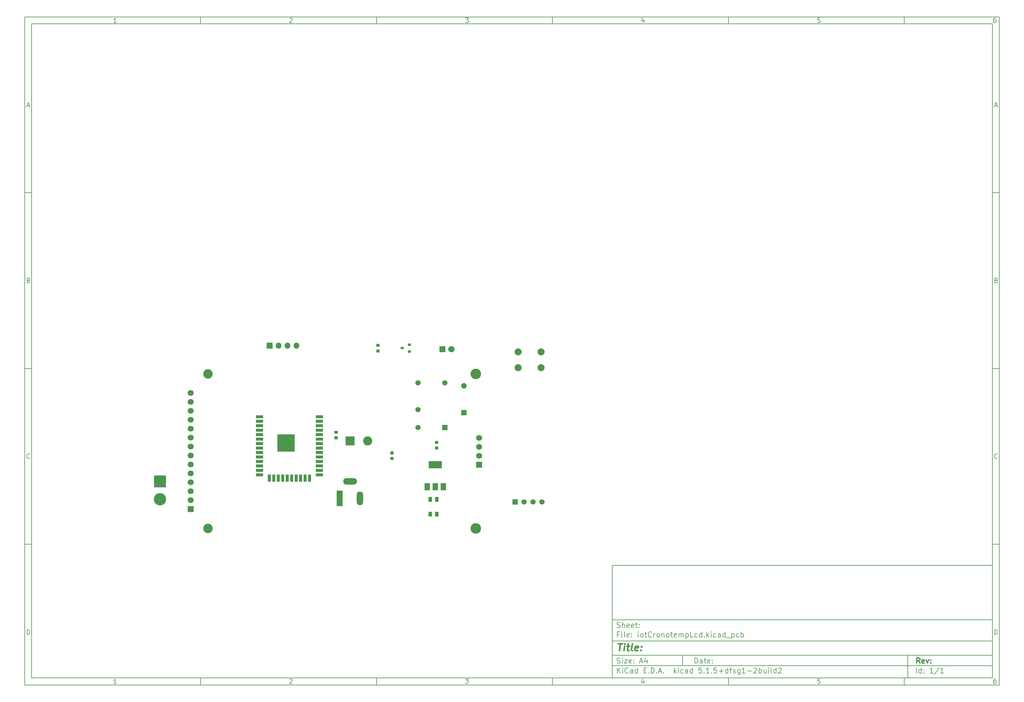
<source format=gbr>
%TF.GenerationSoftware,KiCad,Pcbnew,5.1.5+dfsg1-2build2*%
%TF.CreationDate,2021-01-19T23:04:30+01:00*%
%TF.ProjectId,iotCronotempLcd,696f7443-726f-46e6-9f74-656d704c6364,rev?*%
%TF.SameCoordinates,Original*%
%TF.FileFunction,Soldermask,Top*%
%TF.FilePolarity,Negative*%
%FSLAX46Y46*%
G04 Gerber Fmt 4.6, Leading zero omitted, Abs format (unit mm)*
G04 Created by KiCad (PCBNEW 5.1.5+dfsg1-2build2) date 2021-01-19 23:04:30*
%MOMM*%
%LPD*%
G04 APERTURE LIST*
%ADD10C,0.100000*%
%ADD11C,0.150000*%
%ADD12C,0.300000*%
%ADD13C,0.400000*%
%ADD14C,1.700000*%
%ADD15R,1.700000X1.700000*%
%ADD16C,3.000000*%
%ADD17C,2.700000*%
%ADD18R,1.500000X2.000000*%
%ADD19R,3.800000X2.000000*%
%ADD20C,2.600000*%
%ADD21R,2.600000X2.600000*%
%ADD22C,1.500000*%
%ADD23R,1.500000X1.500000*%
%ADD24O,1.700000X1.700000*%
%ADD25O,1.600000X1.600000*%
%ADD26R,1.600000X1.600000*%
%ADD27C,1.800000*%
%ADD28R,1.800000X1.800000*%
%ADD29C,1.501140*%
%ADD30R,1.501140X1.501140*%
%ADD31R,0.900000X0.800000*%
%ADD32C,2.000000*%
%ADD33R,2.000000X0.900000*%
%ADD34R,0.900000X2.000000*%
%ADD35R,5.000000X5.000000*%
%ADD36C,3.500120*%
%ADD37R,3.500120X3.500120*%
%ADD38R,1.800000X4.400000*%
%ADD39O,1.800000X4.000000*%
%ADD40O,4.000000X1.800000*%
G04 APERTURE END LIST*
D10*
D11*
X177002200Y-166007200D02*
X177002200Y-198007200D01*
X285002200Y-198007200D01*
X285002200Y-166007200D01*
X177002200Y-166007200D01*
D10*
D11*
X10000000Y-10000000D02*
X10000000Y-200007200D01*
X287002200Y-200007200D01*
X287002200Y-10000000D01*
X10000000Y-10000000D01*
D10*
D11*
X12000000Y-12000000D02*
X12000000Y-198007200D01*
X285002200Y-198007200D01*
X285002200Y-12000000D01*
X12000000Y-12000000D01*
D10*
D11*
X60000000Y-12000000D02*
X60000000Y-10000000D01*
D10*
D11*
X110000000Y-12000000D02*
X110000000Y-10000000D01*
D10*
D11*
X160000000Y-12000000D02*
X160000000Y-10000000D01*
D10*
D11*
X210000000Y-12000000D02*
X210000000Y-10000000D01*
D10*
D11*
X260000000Y-12000000D02*
X260000000Y-10000000D01*
D10*
D11*
X36065476Y-11588095D02*
X35322619Y-11588095D01*
X35694047Y-11588095D02*
X35694047Y-10288095D01*
X35570238Y-10473809D01*
X35446428Y-10597619D01*
X35322619Y-10659523D01*
D10*
D11*
X85322619Y-10411904D02*
X85384523Y-10350000D01*
X85508333Y-10288095D01*
X85817857Y-10288095D01*
X85941666Y-10350000D01*
X86003571Y-10411904D01*
X86065476Y-10535714D01*
X86065476Y-10659523D01*
X86003571Y-10845238D01*
X85260714Y-11588095D01*
X86065476Y-11588095D01*
D10*
D11*
X135260714Y-10288095D02*
X136065476Y-10288095D01*
X135632142Y-10783333D01*
X135817857Y-10783333D01*
X135941666Y-10845238D01*
X136003571Y-10907142D01*
X136065476Y-11030952D01*
X136065476Y-11340476D01*
X136003571Y-11464285D01*
X135941666Y-11526190D01*
X135817857Y-11588095D01*
X135446428Y-11588095D01*
X135322619Y-11526190D01*
X135260714Y-11464285D01*
D10*
D11*
X185941666Y-10721428D02*
X185941666Y-11588095D01*
X185632142Y-10226190D02*
X185322619Y-11154761D01*
X186127380Y-11154761D01*
D10*
D11*
X236003571Y-10288095D02*
X235384523Y-10288095D01*
X235322619Y-10907142D01*
X235384523Y-10845238D01*
X235508333Y-10783333D01*
X235817857Y-10783333D01*
X235941666Y-10845238D01*
X236003571Y-10907142D01*
X236065476Y-11030952D01*
X236065476Y-11340476D01*
X236003571Y-11464285D01*
X235941666Y-11526190D01*
X235817857Y-11588095D01*
X235508333Y-11588095D01*
X235384523Y-11526190D01*
X235322619Y-11464285D01*
D10*
D11*
X285941666Y-10288095D02*
X285694047Y-10288095D01*
X285570238Y-10350000D01*
X285508333Y-10411904D01*
X285384523Y-10597619D01*
X285322619Y-10845238D01*
X285322619Y-11340476D01*
X285384523Y-11464285D01*
X285446428Y-11526190D01*
X285570238Y-11588095D01*
X285817857Y-11588095D01*
X285941666Y-11526190D01*
X286003571Y-11464285D01*
X286065476Y-11340476D01*
X286065476Y-11030952D01*
X286003571Y-10907142D01*
X285941666Y-10845238D01*
X285817857Y-10783333D01*
X285570238Y-10783333D01*
X285446428Y-10845238D01*
X285384523Y-10907142D01*
X285322619Y-11030952D01*
D10*
D11*
X60000000Y-198007200D02*
X60000000Y-200007200D01*
D10*
D11*
X110000000Y-198007200D02*
X110000000Y-200007200D01*
D10*
D11*
X160000000Y-198007200D02*
X160000000Y-200007200D01*
D10*
D11*
X210000000Y-198007200D02*
X210000000Y-200007200D01*
D10*
D11*
X260000000Y-198007200D02*
X260000000Y-200007200D01*
D10*
D11*
X36065476Y-199595295D02*
X35322619Y-199595295D01*
X35694047Y-199595295D02*
X35694047Y-198295295D01*
X35570238Y-198481009D01*
X35446428Y-198604819D01*
X35322619Y-198666723D01*
D10*
D11*
X85322619Y-198419104D02*
X85384523Y-198357200D01*
X85508333Y-198295295D01*
X85817857Y-198295295D01*
X85941666Y-198357200D01*
X86003571Y-198419104D01*
X86065476Y-198542914D01*
X86065476Y-198666723D01*
X86003571Y-198852438D01*
X85260714Y-199595295D01*
X86065476Y-199595295D01*
D10*
D11*
X135260714Y-198295295D02*
X136065476Y-198295295D01*
X135632142Y-198790533D01*
X135817857Y-198790533D01*
X135941666Y-198852438D01*
X136003571Y-198914342D01*
X136065476Y-199038152D01*
X136065476Y-199347676D01*
X136003571Y-199471485D01*
X135941666Y-199533390D01*
X135817857Y-199595295D01*
X135446428Y-199595295D01*
X135322619Y-199533390D01*
X135260714Y-199471485D01*
D10*
D11*
X185941666Y-198728628D02*
X185941666Y-199595295D01*
X185632142Y-198233390D02*
X185322619Y-199161961D01*
X186127380Y-199161961D01*
D10*
D11*
X236003571Y-198295295D02*
X235384523Y-198295295D01*
X235322619Y-198914342D01*
X235384523Y-198852438D01*
X235508333Y-198790533D01*
X235817857Y-198790533D01*
X235941666Y-198852438D01*
X236003571Y-198914342D01*
X236065476Y-199038152D01*
X236065476Y-199347676D01*
X236003571Y-199471485D01*
X235941666Y-199533390D01*
X235817857Y-199595295D01*
X235508333Y-199595295D01*
X235384523Y-199533390D01*
X235322619Y-199471485D01*
D10*
D11*
X285941666Y-198295295D02*
X285694047Y-198295295D01*
X285570238Y-198357200D01*
X285508333Y-198419104D01*
X285384523Y-198604819D01*
X285322619Y-198852438D01*
X285322619Y-199347676D01*
X285384523Y-199471485D01*
X285446428Y-199533390D01*
X285570238Y-199595295D01*
X285817857Y-199595295D01*
X285941666Y-199533390D01*
X286003571Y-199471485D01*
X286065476Y-199347676D01*
X286065476Y-199038152D01*
X286003571Y-198914342D01*
X285941666Y-198852438D01*
X285817857Y-198790533D01*
X285570238Y-198790533D01*
X285446428Y-198852438D01*
X285384523Y-198914342D01*
X285322619Y-199038152D01*
D10*
D11*
X10000000Y-60000000D02*
X12000000Y-60000000D01*
D10*
D11*
X10000000Y-110000000D02*
X12000000Y-110000000D01*
D10*
D11*
X10000000Y-160000000D02*
X12000000Y-160000000D01*
D10*
D11*
X10690476Y-35216666D02*
X11309523Y-35216666D01*
X10566666Y-35588095D02*
X11000000Y-34288095D01*
X11433333Y-35588095D01*
D10*
D11*
X11092857Y-84907142D02*
X11278571Y-84969047D01*
X11340476Y-85030952D01*
X11402380Y-85154761D01*
X11402380Y-85340476D01*
X11340476Y-85464285D01*
X11278571Y-85526190D01*
X11154761Y-85588095D01*
X10659523Y-85588095D01*
X10659523Y-84288095D01*
X11092857Y-84288095D01*
X11216666Y-84350000D01*
X11278571Y-84411904D01*
X11340476Y-84535714D01*
X11340476Y-84659523D01*
X11278571Y-84783333D01*
X11216666Y-84845238D01*
X11092857Y-84907142D01*
X10659523Y-84907142D01*
D10*
D11*
X11402380Y-135464285D02*
X11340476Y-135526190D01*
X11154761Y-135588095D01*
X11030952Y-135588095D01*
X10845238Y-135526190D01*
X10721428Y-135402380D01*
X10659523Y-135278571D01*
X10597619Y-135030952D01*
X10597619Y-134845238D01*
X10659523Y-134597619D01*
X10721428Y-134473809D01*
X10845238Y-134350000D01*
X11030952Y-134288095D01*
X11154761Y-134288095D01*
X11340476Y-134350000D01*
X11402380Y-134411904D01*
D10*
D11*
X10659523Y-185588095D02*
X10659523Y-184288095D01*
X10969047Y-184288095D01*
X11154761Y-184350000D01*
X11278571Y-184473809D01*
X11340476Y-184597619D01*
X11402380Y-184845238D01*
X11402380Y-185030952D01*
X11340476Y-185278571D01*
X11278571Y-185402380D01*
X11154761Y-185526190D01*
X10969047Y-185588095D01*
X10659523Y-185588095D01*
D10*
D11*
X287002200Y-60000000D02*
X285002200Y-60000000D01*
D10*
D11*
X287002200Y-110000000D02*
X285002200Y-110000000D01*
D10*
D11*
X287002200Y-160000000D02*
X285002200Y-160000000D01*
D10*
D11*
X285692676Y-35216666D02*
X286311723Y-35216666D01*
X285568866Y-35588095D02*
X286002200Y-34288095D01*
X286435533Y-35588095D01*
D10*
D11*
X286095057Y-84907142D02*
X286280771Y-84969047D01*
X286342676Y-85030952D01*
X286404580Y-85154761D01*
X286404580Y-85340476D01*
X286342676Y-85464285D01*
X286280771Y-85526190D01*
X286156961Y-85588095D01*
X285661723Y-85588095D01*
X285661723Y-84288095D01*
X286095057Y-84288095D01*
X286218866Y-84350000D01*
X286280771Y-84411904D01*
X286342676Y-84535714D01*
X286342676Y-84659523D01*
X286280771Y-84783333D01*
X286218866Y-84845238D01*
X286095057Y-84907142D01*
X285661723Y-84907142D01*
D10*
D11*
X286404580Y-135464285D02*
X286342676Y-135526190D01*
X286156961Y-135588095D01*
X286033152Y-135588095D01*
X285847438Y-135526190D01*
X285723628Y-135402380D01*
X285661723Y-135278571D01*
X285599819Y-135030952D01*
X285599819Y-134845238D01*
X285661723Y-134597619D01*
X285723628Y-134473809D01*
X285847438Y-134350000D01*
X286033152Y-134288095D01*
X286156961Y-134288095D01*
X286342676Y-134350000D01*
X286404580Y-134411904D01*
D10*
D11*
X285661723Y-185588095D02*
X285661723Y-184288095D01*
X285971247Y-184288095D01*
X286156961Y-184350000D01*
X286280771Y-184473809D01*
X286342676Y-184597619D01*
X286404580Y-184845238D01*
X286404580Y-185030952D01*
X286342676Y-185278571D01*
X286280771Y-185402380D01*
X286156961Y-185526190D01*
X285971247Y-185588095D01*
X285661723Y-185588095D01*
D10*
D11*
X200434342Y-193785771D02*
X200434342Y-192285771D01*
X200791485Y-192285771D01*
X201005771Y-192357200D01*
X201148628Y-192500057D01*
X201220057Y-192642914D01*
X201291485Y-192928628D01*
X201291485Y-193142914D01*
X201220057Y-193428628D01*
X201148628Y-193571485D01*
X201005771Y-193714342D01*
X200791485Y-193785771D01*
X200434342Y-193785771D01*
X202577200Y-193785771D02*
X202577200Y-193000057D01*
X202505771Y-192857200D01*
X202362914Y-192785771D01*
X202077200Y-192785771D01*
X201934342Y-192857200D01*
X202577200Y-193714342D02*
X202434342Y-193785771D01*
X202077200Y-193785771D01*
X201934342Y-193714342D01*
X201862914Y-193571485D01*
X201862914Y-193428628D01*
X201934342Y-193285771D01*
X202077200Y-193214342D01*
X202434342Y-193214342D01*
X202577200Y-193142914D01*
X203077200Y-192785771D02*
X203648628Y-192785771D01*
X203291485Y-192285771D02*
X203291485Y-193571485D01*
X203362914Y-193714342D01*
X203505771Y-193785771D01*
X203648628Y-193785771D01*
X204720057Y-193714342D02*
X204577200Y-193785771D01*
X204291485Y-193785771D01*
X204148628Y-193714342D01*
X204077200Y-193571485D01*
X204077200Y-193000057D01*
X204148628Y-192857200D01*
X204291485Y-192785771D01*
X204577200Y-192785771D01*
X204720057Y-192857200D01*
X204791485Y-193000057D01*
X204791485Y-193142914D01*
X204077200Y-193285771D01*
X205434342Y-193642914D02*
X205505771Y-193714342D01*
X205434342Y-193785771D01*
X205362914Y-193714342D01*
X205434342Y-193642914D01*
X205434342Y-193785771D01*
X205434342Y-192857200D02*
X205505771Y-192928628D01*
X205434342Y-193000057D01*
X205362914Y-192928628D01*
X205434342Y-192857200D01*
X205434342Y-193000057D01*
D10*
D11*
X177002200Y-194507200D02*
X285002200Y-194507200D01*
D10*
D11*
X178434342Y-196585771D02*
X178434342Y-195085771D01*
X179291485Y-196585771D02*
X178648628Y-195728628D01*
X179291485Y-195085771D02*
X178434342Y-195942914D01*
X179934342Y-196585771D02*
X179934342Y-195585771D01*
X179934342Y-195085771D02*
X179862914Y-195157200D01*
X179934342Y-195228628D01*
X180005771Y-195157200D01*
X179934342Y-195085771D01*
X179934342Y-195228628D01*
X181505771Y-196442914D02*
X181434342Y-196514342D01*
X181220057Y-196585771D01*
X181077200Y-196585771D01*
X180862914Y-196514342D01*
X180720057Y-196371485D01*
X180648628Y-196228628D01*
X180577200Y-195942914D01*
X180577200Y-195728628D01*
X180648628Y-195442914D01*
X180720057Y-195300057D01*
X180862914Y-195157200D01*
X181077200Y-195085771D01*
X181220057Y-195085771D01*
X181434342Y-195157200D01*
X181505771Y-195228628D01*
X182791485Y-196585771D02*
X182791485Y-195800057D01*
X182720057Y-195657200D01*
X182577200Y-195585771D01*
X182291485Y-195585771D01*
X182148628Y-195657200D01*
X182791485Y-196514342D02*
X182648628Y-196585771D01*
X182291485Y-196585771D01*
X182148628Y-196514342D01*
X182077200Y-196371485D01*
X182077200Y-196228628D01*
X182148628Y-196085771D01*
X182291485Y-196014342D01*
X182648628Y-196014342D01*
X182791485Y-195942914D01*
X184148628Y-196585771D02*
X184148628Y-195085771D01*
X184148628Y-196514342D02*
X184005771Y-196585771D01*
X183720057Y-196585771D01*
X183577200Y-196514342D01*
X183505771Y-196442914D01*
X183434342Y-196300057D01*
X183434342Y-195871485D01*
X183505771Y-195728628D01*
X183577200Y-195657200D01*
X183720057Y-195585771D01*
X184005771Y-195585771D01*
X184148628Y-195657200D01*
X186005771Y-195800057D02*
X186505771Y-195800057D01*
X186720057Y-196585771D02*
X186005771Y-196585771D01*
X186005771Y-195085771D01*
X186720057Y-195085771D01*
X187362914Y-196442914D02*
X187434342Y-196514342D01*
X187362914Y-196585771D01*
X187291485Y-196514342D01*
X187362914Y-196442914D01*
X187362914Y-196585771D01*
X188077200Y-196585771D02*
X188077200Y-195085771D01*
X188434342Y-195085771D01*
X188648628Y-195157200D01*
X188791485Y-195300057D01*
X188862914Y-195442914D01*
X188934342Y-195728628D01*
X188934342Y-195942914D01*
X188862914Y-196228628D01*
X188791485Y-196371485D01*
X188648628Y-196514342D01*
X188434342Y-196585771D01*
X188077200Y-196585771D01*
X189577200Y-196442914D02*
X189648628Y-196514342D01*
X189577200Y-196585771D01*
X189505771Y-196514342D01*
X189577200Y-196442914D01*
X189577200Y-196585771D01*
X190220057Y-196157200D02*
X190934342Y-196157200D01*
X190077200Y-196585771D02*
X190577200Y-195085771D01*
X191077200Y-196585771D01*
X191577200Y-196442914D02*
X191648628Y-196514342D01*
X191577200Y-196585771D01*
X191505771Y-196514342D01*
X191577200Y-196442914D01*
X191577200Y-196585771D01*
X194577200Y-196585771D02*
X194577200Y-195085771D01*
X194720057Y-196014342D02*
X195148628Y-196585771D01*
X195148628Y-195585771D02*
X194577200Y-196157200D01*
X195791485Y-196585771D02*
X195791485Y-195585771D01*
X195791485Y-195085771D02*
X195720057Y-195157200D01*
X195791485Y-195228628D01*
X195862914Y-195157200D01*
X195791485Y-195085771D01*
X195791485Y-195228628D01*
X197148628Y-196514342D02*
X197005771Y-196585771D01*
X196720057Y-196585771D01*
X196577200Y-196514342D01*
X196505771Y-196442914D01*
X196434342Y-196300057D01*
X196434342Y-195871485D01*
X196505771Y-195728628D01*
X196577200Y-195657200D01*
X196720057Y-195585771D01*
X197005771Y-195585771D01*
X197148628Y-195657200D01*
X198434342Y-196585771D02*
X198434342Y-195800057D01*
X198362914Y-195657200D01*
X198220057Y-195585771D01*
X197934342Y-195585771D01*
X197791485Y-195657200D01*
X198434342Y-196514342D02*
X198291485Y-196585771D01*
X197934342Y-196585771D01*
X197791485Y-196514342D01*
X197720057Y-196371485D01*
X197720057Y-196228628D01*
X197791485Y-196085771D01*
X197934342Y-196014342D01*
X198291485Y-196014342D01*
X198434342Y-195942914D01*
X199791485Y-196585771D02*
X199791485Y-195085771D01*
X199791485Y-196514342D02*
X199648628Y-196585771D01*
X199362914Y-196585771D01*
X199220057Y-196514342D01*
X199148628Y-196442914D01*
X199077200Y-196300057D01*
X199077200Y-195871485D01*
X199148628Y-195728628D01*
X199220057Y-195657200D01*
X199362914Y-195585771D01*
X199648628Y-195585771D01*
X199791485Y-195657200D01*
X202362914Y-195085771D02*
X201648628Y-195085771D01*
X201577200Y-195800057D01*
X201648628Y-195728628D01*
X201791485Y-195657200D01*
X202148628Y-195657200D01*
X202291485Y-195728628D01*
X202362914Y-195800057D01*
X202434342Y-195942914D01*
X202434342Y-196300057D01*
X202362914Y-196442914D01*
X202291485Y-196514342D01*
X202148628Y-196585771D01*
X201791485Y-196585771D01*
X201648628Y-196514342D01*
X201577200Y-196442914D01*
X203077200Y-196442914D02*
X203148628Y-196514342D01*
X203077200Y-196585771D01*
X203005771Y-196514342D01*
X203077200Y-196442914D01*
X203077200Y-196585771D01*
X204577200Y-196585771D02*
X203720057Y-196585771D01*
X204148628Y-196585771D02*
X204148628Y-195085771D01*
X204005771Y-195300057D01*
X203862914Y-195442914D01*
X203720057Y-195514342D01*
X205220057Y-196442914D02*
X205291485Y-196514342D01*
X205220057Y-196585771D01*
X205148628Y-196514342D01*
X205220057Y-196442914D01*
X205220057Y-196585771D01*
X206648628Y-195085771D02*
X205934342Y-195085771D01*
X205862914Y-195800057D01*
X205934342Y-195728628D01*
X206077200Y-195657200D01*
X206434342Y-195657200D01*
X206577200Y-195728628D01*
X206648628Y-195800057D01*
X206720057Y-195942914D01*
X206720057Y-196300057D01*
X206648628Y-196442914D01*
X206577200Y-196514342D01*
X206434342Y-196585771D01*
X206077200Y-196585771D01*
X205934342Y-196514342D01*
X205862914Y-196442914D01*
X207362914Y-196014342D02*
X208505771Y-196014342D01*
X207934342Y-196585771D02*
X207934342Y-195442914D01*
X209862914Y-196585771D02*
X209862914Y-195085771D01*
X209862914Y-196514342D02*
X209720057Y-196585771D01*
X209434342Y-196585771D01*
X209291485Y-196514342D01*
X209220057Y-196442914D01*
X209148628Y-196300057D01*
X209148628Y-195871485D01*
X209220057Y-195728628D01*
X209291485Y-195657200D01*
X209434342Y-195585771D01*
X209720057Y-195585771D01*
X209862914Y-195657200D01*
X210362914Y-195585771D02*
X210934342Y-195585771D01*
X210577200Y-196585771D02*
X210577200Y-195300057D01*
X210648628Y-195157200D01*
X210791485Y-195085771D01*
X210934342Y-195085771D01*
X211362914Y-196514342D02*
X211505771Y-196585771D01*
X211791485Y-196585771D01*
X211934342Y-196514342D01*
X212005771Y-196371485D01*
X212005771Y-196300057D01*
X211934342Y-196157200D01*
X211791485Y-196085771D01*
X211577200Y-196085771D01*
X211434342Y-196014342D01*
X211362914Y-195871485D01*
X211362914Y-195800057D01*
X211434342Y-195657200D01*
X211577200Y-195585771D01*
X211791485Y-195585771D01*
X211934342Y-195657200D01*
X213291485Y-195585771D02*
X213291485Y-196800057D01*
X213220057Y-196942914D01*
X213148628Y-197014342D01*
X213005771Y-197085771D01*
X212791485Y-197085771D01*
X212648628Y-197014342D01*
X213291485Y-196514342D02*
X213148628Y-196585771D01*
X212862914Y-196585771D01*
X212720057Y-196514342D01*
X212648628Y-196442914D01*
X212577200Y-196300057D01*
X212577200Y-195871485D01*
X212648628Y-195728628D01*
X212720057Y-195657200D01*
X212862914Y-195585771D01*
X213148628Y-195585771D01*
X213291485Y-195657200D01*
X214791485Y-196585771D02*
X213934342Y-196585771D01*
X214362914Y-196585771D02*
X214362914Y-195085771D01*
X214220057Y-195300057D01*
X214077200Y-195442914D01*
X213934342Y-195514342D01*
X215434342Y-196014342D02*
X216577200Y-196014342D01*
X217220057Y-195228628D02*
X217291485Y-195157200D01*
X217434342Y-195085771D01*
X217791485Y-195085771D01*
X217934342Y-195157200D01*
X218005771Y-195228628D01*
X218077200Y-195371485D01*
X218077200Y-195514342D01*
X218005771Y-195728628D01*
X217148628Y-196585771D01*
X218077200Y-196585771D01*
X218720057Y-196585771D02*
X218720057Y-195085771D01*
X218720057Y-195657200D02*
X218862914Y-195585771D01*
X219148628Y-195585771D01*
X219291485Y-195657200D01*
X219362914Y-195728628D01*
X219434342Y-195871485D01*
X219434342Y-196300057D01*
X219362914Y-196442914D01*
X219291485Y-196514342D01*
X219148628Y-196585771D01*
X218862914Y-196585771D01*
X218720057Y-196514342D01*
X220720057Y-195585771D02*
X220720057Y-196585771D01*
X220077200Y-195585771D02*
X220077200Y-196371485D01*
X220148628Y-196514342D01*
X220291485Y-196585771D01*
X220505771Y-196585771D01*
X220648628Y-196514342D01*
X220720057Y-196442914D01*
X221434342Y-196585771D02*
X221434342Y-195585771D01*
X221434342Y-195085771D02*
X221362914Y-195157200D01*
X221434342Y-195228628D01*
X221505771Y-195157200D01*
X221434342Y-195085771D01*
X221434342Y-195228628D01*
X222362914Y-196585771D02*
X222220057Y-196514342D01*
X222148628Y-196371485D01*
X222148628Y-195085771D01*
X223577200Y-196585771D02*
X223577200Y-195085771D01*
X223577200Y-196514342D02*
X223434342Y-196585771D01*
X223148628Y-196585771D01*
X223005771Y-196514342D01*
X222934342Y-196442914D01*
X222862914Y-196300057D01*
X222862914Y-195871485D01*
X222934342Y-195728628D01*
X223005771Y-195657200D01*
X223148628Y-195585771D01*
X223434342Y-195585771D01*
X223577200Y-195657200D01*
X224220057Y-195228628D02*
X224291485Y-195157200D01*
X224434342Y-195085771D01*
X224791485Y-195085771D01*
X224934342Y-195157200D01*
X225005771Y-195228628D01*
X225077200Y-195371485D01*
X225077200Y-195514342D01*
X225005771Y-195728628D01*
X224148628Y-196585771D01*
X225077200Y-196585771D01*
D10*
D11*
X177002200Y-191507200D02*
X285002200Y-191507200D01*
D10*
D12*
X264411485Y-193785771D02*
X263911485Y-193071485D01*
X263554342Y-193785771D02*
X263554342Y-192285771D01*
X264125771Y-192285771D01*
X264268628Y-192357200D01*
X264340057Y-192428628D01*
X264411485Y-192571485D01*
X264411485Y-192785771D01*
X264340057Y-192928628D01*
X264268628Y-193000057D01*
X264125771Y-193071485D01*
X263554342Y-193071485D01*
X265625771Y-193714342D02*
X265482914Y-193785771D01*
X265197200Y-193785771D01*
X265054342Y-193714342D01*
X264982914Y-193571485D01*
X264982914Y-193000057D01*
X265054342Y-192857200D01*
X265197200Y-192785771D01*
X265482914Y-192785771D01*
X265625771Y-192857200D01*
X265697200Y-193000057D01*
X265697200Y-193142914D01*
X264982914Y-193285771D01*
X266197200Y-192785771D02*
X266554342Y-193785771D01*
X266911485Y-192785771D01*
X267482914Y-193642914D02*
X267554342Y-193714342D01*
X267482914Y-193785771D01*
X267411485Y-193714342D01*
X267482914Y-193642914D01*
X267482914Y-193785771D01*
X267482914Y-192857200D02*
X267554342Y-192928628D01*
X267482914Y-193000057D01*
X267411485Y-192928628D01*
X267482914Y-192857200D01*
X267482914Y-193000057D01*
D10*
D11*
X178362914Y-193714342D02*
X178577200Y-193785771D01*
X178934342Y-193785771D01*
X179077200Y-193714342D01*
X179148628Y-193642914D01*
X179220057Y-193500057D01*
X179220057Y-193357200D01*
X179148628Y-193214342D01*
X179077200Y-193142914D01*
X178934342Y-193071485D01*
X178648628Y-193000057D01*
X178505771Y-192928628D01*
X178434342Y-192857200D01*
X178362914Y-192714342D01*
X178362914Y-192571485D01*
X178434342Y-192428628D01*
X178505771Y-192357200D01*
X178648628Y-192285771D01*
X179005771Y-192285771D01*
X179220057Y-192357200D01*
X179862914Y-193785771D02*
X179862914Y-192785771D01*
X179862914Y-192285771D02*
X179791485Y-192357200D01*
X179862914Y-192428628D01*
X179934342Y-192357200D01*
X179862914Y-192285771D01*
X179862914Y-192428628D01*
X180434342Y-192785771D02*
X181220057Y-192785771D01*
X180434342Y-193785771D01*
X181220057Y-193785771D01*
X182362914Y-193714342D02*
X182220057Y-193785771D01*
X181934342Y-193785771D01*
X181791485Y-193714342D01*
X181720057Y-193571485D01*
X181720057Y-193000057D01*
X181791485Y-192857200D01*
X181934342Y-192785771D01*
X182220057Y-192785771D01*
X182362914Y-192857200D01*
X182434342Y-193000057D01*
X182434342Y-193142914D01*
X181720057Y-193285771D01*
X183077200Y-193642914D02*
X183148628Y-193714342D01*
X183077200Y-193785771D01*
X183005771Y-193714342D01*
X183077200Y-193642914D01*
X183077200Y-193785771D01*
X183077200Y-192857200D02*
X183148628Y-192928628D01*
X183077200Y-193000057D01*
X183005771Y-192928628D01*
X183077200Y-192857200D01*
X183077200Y-193000057D01*
X184862914Y-193357200D02*
X185577200Y-193357200D01*
X184720057Y-193785771D02*
X185220057Y-192285771D01*
X185720057Y-193785771D01*
X186862914Y-192785771D02*
X186862914Y-193785771D01*
X186505771Y-192214342D02*
X186148628Y-193285771D01*
X187077200Y-193285771D01*
D10*
D11*
X263434342Y-196585771D02*
X263434342Y-195085771D01*
X264791485Y-196585771D02*
X264791485Y-195085771D01*
X264791485Y-196514342D02*
X264648628Y-196585771D01*
X264362914Y-196585771D01*
X264220057Y-196514342D01*
X264148628Y-196442914D01*
X264077200Y-196300057D01*
X264077200Y-195871485D01*
X264148628Y-195728628D01*
X264220057Y-195657200D01*
X264362914Y-195585771D01*
X264648628Y-195585771D01*
X264791485Y-195657200D01*
X265505771Y-196442914D02*
X265577200Y-196514342D01*
X265505771Y-196585771D01*
X265434342Y-196514342D01*
X265505771Y-196442914D01*
X265505771Y-196585771D01*
X265505771Y-195657200D02*
X265577200Y-195728628D01*
X265505771Y-195800057D01*
X265434342Y-195728628D01*
X265505771Y-195657200D01*
X265505771Y-195800057D01*
X268148628Y-196585771D02*
X267291485Y-196585771D01*
X267720057Y-196585771D02*
X267720057Y-195085771D01*
X267577200Y-195300057D01*
X267434342Y-195442914D01*
X267291485Y-195514342D01*
X269862914Y-195014342D02*
X268577200Y-196942914D01*
X271148628Y-196585771D02*
X270291485Y-196585771D01*
X270720057Y-196585771D02*
X270720057Y-195085771D01*
X270577200Y-195300057D01*
X270434342Y-195442914D01*
X270291485Y-195514342D01*
D10*
D11*
X177002200Y-187507200D02*
X285002200Y-187507200D01*
D10*
D13*
X178714580Y-188211961D02*
X179857438Y-188211961D01*
X179036009Y-190211961D02*
X179286009Y-188211961D01*
X180274104Y-190211961D02*
X180440771Y-188878628D01*
X180524104Y-188211961D02*
X180416961Y-188307200D01*
X180500295Y-188402438D01*
X180607438Y-188307200D01*
X180524104Y-188211961D01*
X180500295Y-188402438D01*
X181107438Y-188878628D02*
X181869342Y-188878628D01*
X181476485Y-188211961D02*
X181262200Y-189926247D01*
X181333628Y-190116723D01*
X181512200Y-190211961D01*
X181702676Y-190211961D01*
X182655057Y-190211961D02*
X182476485Y-190116723D01*
X182405057Y-189926247D01*
X182619342Y-188211961D01*
X184190771Y-190116723D02*
X183988390Y-190211961D01*
X183607438Y-190211961D01*
X183428866Y-190116723D01*
X183357438Y-189926247D01*
X183452676Y-189164342D01*
X183571723Y-188973866D01*
X183774104Y-188878628D01*
X184155057Y-188878628D01*
X184333628Y-188973866D01*
X184405057Y-189164342D01*
X184381247Y-189354819D01*
X183405057Y-189545295D01*
X185155057Y-190021485D02*
X185238390Y-190116723D01*
X185131247Y-190211961D01*
X185047914Y-190116723D01*
X185155057Y-190021485D01*
X185131247Y-190211961D01*
X185286009Y-188973866D02*
X185369342Y-189069104D01*
X185262200Y-189164342D01*
X185178866Y-189069104D01*
X185286009Y-188973866D01*
X185262200Y-189164342D01*
D10*
D11*
X178934342Y-185600057D02*
X178434342Y-185600057D01*
X178434342Y-186385771D02*
X178434342Y-184885771D01*
X179148628Y-184885771D01*
X179720057Y-186385771D02*
X179720057Y-185385771D01*
X179720057Y-184885771D02*
X179648628Y-184957200D01*
X179720057Y-185028628D01*
X179791485Y-184957200D01*
X179720057Y-184885771D01*
X179720057Y-185028628D01*
X180648628Y-186385771D02*
X180505771Y-186314342D01*
X180434342Y-186171485D01*
X180434342Y-184885771D01*
X181791485Y-186314342D02*
X181648628Y-186385771D01*
X181362914Y-186385771D01*
X181220057Y-186314342D01*
X181148628Y-186171485D01*
X181148628Y-185600057D01*
X181220057Y-185457200D01*
X181362914Y-185385771D01*
X181648628Y-185385771D01*
X181791485Y-185457200D01*
X181862914Y-185600057D01*
X181862914Y-185742914D01*
X181148628Y-185885771D01*
X182505771Y-186242914D02*
X182577200Y-186314342D01*
X182505771Y-186385771D01*
X182434342Y-186314342D01*
X182505771Y-186242914D01*
X182505771Y-186385771D01*
X182505771Y-185457200D02*
X182577200Y-185528628D01*
X182505771Y-185600057D01*
X182434342Y-185528628D01*
X182505771Y-185457200D01*
X182505771Y-185600057D01*
X184362914Y-186385771D02*
X184362914Y-185385771D01*
X184362914Y-184885771D02*
X184291485Y-184957200D01*
X184362914Y-185028628D01*
X184434342Y-184957200D01*
X184362914Y-184885771D01*
X184362914Y-185028628D01*
X185291485Y-186385771D02*
X185148628Y-186314342D01*
X185077200Y-186242914D01*
X185005771Y-186100057D01*
X185005771Y-185671485D01*
X185077200Y-185528628D01*
X185148628Y-185457200D01*
X185291485Y-185385771D01*
X185505771Y-185385771D01*
X185648628Y-185457200D01*
X185720057Y-185528628D01*
X185791485Y-185671485D01*
X185791485Y-186100057D01*
X185720057Y-186242914D01*
X185648628Y-186314342D01*
X185505771Y-186385771D01*
X185291485Y-186385771D01*
X186220057Y-185385771D02*
X186791485Y-185385771D01*
X186434342Y-184885771D02*
X186434342Y-186171485D01*
X186505771Y-186314342D01*
X186648628Y-186385771D01*
X186791485Y-186385771D01*
X188148628Y-186242914D02*
X188077200Y-186314342D01*
X187862914Y-186385771D01*
X187720057Y-186385771D01*
X187505771Y-186314342D01*
X187362914Y-186171485D01*
X187291485Y-186028628D01*
X187220057Y-185742914D01*
X187220057Y-185528628D01*
X187291485Y-185242914D01*
X187362914Y-185100057D01*
X187505771Y-184957200D01*
X187720057Y-184885771D01*
X187862914Y-184885771D01*
X188077200Y-184957200D01*
X188148628Y-185028628D01*
X188791485Y-186385771D02*
X188791485Y-185385771D01*
X188791485Y-185671485D02*
X188862914Y-185528628D01*
X188934342Y-185457200D01*
X189077200Y-185385771D01*
X189220057Y-185385771D01*
X189934342Y-186385771D02*
X189791485Y-186314342D01*
X189720057Y-186242914D01*
X189648628Y-186100057D01*
X189648628Y-185671485D01*
X189720057Y-185528628D01*
X189791485Y-185457200D01*
X189934342Y-185385771D01*
X190148628Y-185385771D01*
X190291485Y-185457200D01*
X190362914Y-185528628D01*
X190434342Y-185671485D01*
X190434342Y-186100057D01*
X190362914Y-186242914D01*
X190291485Y-186314342D01*
X190148628Y-186385771D01*
X189934342Y-186385771D01*
X191077200Y-185385771D02*
X191077200Y-186385771D01*
X191077200Y-185528628D02*
X191148628Y-185457200D01*
X191291485Y-185385771D01*
X191505771Y-185385771D01*
X191648628Y-185457200D01*
X191720057Y-185600057D01*
X191720057Y-186385771D01*
X192648628Y-186385771D02*
X192505771Y-186314342D01*
X192434342Y-186242914D01*
X192362914Y-186100057D01*
X192362914Y-185671485D01*
X192434342Y-185528628D01*
X192505771Y-185457200D01*
X192648628Y-185385771D01*
X192862914Y-185385771D01*
X193005771Y-185457200D01*
X193077200Y-185528628D01*
X193148628Y-185671485D01*
X193148628Y-186100057D01*
X193077200Y-186242914D01*
X193005771Y-186314342D01*
X192862914Y-186385771D01*
X192648628Y-186385771D01*
X193577200Y-185385771D02*
X194148628Y-185385771D01*
X193791485Y-184885771D02*
X193791485Y-186171485D01*
X193862914Y-186314342D01*
X194005771Y-186385771D01*
X194148628Y-186385771D01*
X195220057Y-186314342D02*
X195077200Y-186385771D01*
X194791485Y-186385771D01*
X194648628Y-186314342D01*
X194577200Y-186171485D01*
X194577200Y-185600057D01*
X194648628Y-185457200D01*
X194791485Y-185385771D01*
X195077200Y-185385771D01*
X195220057Y-185457200D01*
X195291485Y-185600057D01*
X195291485Y-185742914D01*
X194577200Y-185885771D01*
X195934342Y-186385771D02*
X195934342Y-185385771D01*
X195934342Y-185528628D02*
X196005771Y-185457200D01*
X196148628Y-185385771D01*
X196362914Y-185385771D01*
X196505771Y-185457200D01*
X196577200Y-185600057D01*
X196577200Y-186385771D01*
X196577200Y-185600057D02*
X196648628Y-185457200D01*
X196791485Y-185385771D01*
X197005771Y-185385771D01*
X197148628Y-185457200D01*
X197220057Y-185600057D01*
X197220057Y-186385771D01*
X197934342Y-185385771D02*
X197934342Y-186885771D01*
X197934342Y-185457200D02*
X198077200Y-185385771D01*
X198362914Y-185385771D01*
X198505771Y-185457200D01*
X198577200Y-185528628D01*
X198648628Y-185671485D01*
X198648628Y-186100057D01*
X198577200Y-186242914D01*
X198505771Y-186314342D01*
X198362914Y-186385771D01*
X198077200Y-186385771D01*
X197934342Y-186314342D01*
X200005771Y-186385771D02*
X199291485Y-186385771D01*
X199291485Y-184885771D01*
X201148628Y-186314342D02*
X201005771Y-186385771D01*
X200720057Y-186385771D01*
X200577200Y-186314342D01*
X200505771Y-186242914D01*
X200434342Y-186100057D01*
X200434342Y-185671485D01*
X200505771Y-185528628D01*
X200577200Y-185457200D01*
X200720057Y-185385771D01*
X201005771Y-185385771D01*
X201148628Y-185457200D01*
X202434342Y-186385771D02*
X202434342Y-184885771D01*
X202434342Y-186314342D02*
X202291485Y-186385771D01*
X202005771Y-186385771D01*
X201862914Y-186314342D01*
X201791485Y-186242914D01*
X201720057Y-186100057D01*
X201720057Y-185671485D01*
X201791485Y-185528628D01*
X201862914Y-185457200D01*
X202005771Y-185385771D01*
X202291485Y-185385771D01*
X202434342Y-185457200D01*
X203148628Y-186242914D02*
X203220057Y-186314342D01*
X203148628Y-186385771D01*
X203077200Y-186314342D01*
X203148628Y-186242914D01*
X203148628Y-186385771D01*
X203862914Y-186385771D02*
X203862914Y-184885771D01*
X204005771Y-185814342D02*
X204434342Y-186385771D01*
X204434342Y-185385771D02*
X203862914Y-185957200D01*
X205077200Y-186385771D02*
X205077200Y-185385771D01*
X205077200Y-184885771D02*
X205005771Y-184957200D01*
X205077200Y-185028628D01*
X205148628Y-184957200D01*
X205077200Y-184885771D01*
X205077200Y-185028628D01*
X206434342Y-186314342D02*
X206291485Y-186385771D01*
X206005771Y-186385771D01*
X205862914Y-186314342D01*
X205791485Y-186242914D01*
X205720057Y-186100057D01*
X205720057Y-185671485D01*
X205791485Y-185528628D01*
X205862914Y-185457200D01*
X206005771Y-185385771D01*
X206291485Y-185385771D01*
X206434342Y-185457200D01*
X207720057Y-186385771D02*
X207720057Y-185600057D01*
X207648628Y-185457200D01*
X207505771Y-185385771D01*
X207220057Y-185385771D01*
X207077200Y-185457200D01*
X207720057Y-186314342D02*
X207577200Y-186385771D01*
X207220057Y-186385771D01*
X207077200Y-186314342D01*
X207005771Y-186171485D01*
X207005771Y-186028628D01*
X207077200Y-185885771D01*
X207220057Y-185814342D01*
X207577200Y-185814342D01*
X207720057Y-185742914D01*
X209077200Y-186385771D02*
X209077200Y-184885771D01*
X209077200Y-186314342D02*
X208934342Y-186385771D01*
X208648628Y-186385771D01*
X208505771Y-186314342D01*
X208434342Y-186242914D01*
X208362914Y-186100057D01*
X208362914Y-185671485D01*
X208434342Y-185528628D01*
X208505771Y-185457200D01*
X208648628Y-185385771D01*
X208934342Y-185385771D01*
X209077200Y-185457200D01*
X209434342Y-186528628D02*
X210577200Y-186528628D01*
X210934342Y-185385771D02*
X210934342Y-186885771D01*
X210934342Y-185457200D02*
X211077200Y-185385771D01*
X211362914Y-185385771D01*
X211505771Y-185457200D01*
X211577200Y-185528628D01*
X211648628Y-185671485D01*
X211648628Y-186100057D01*
X211577200Y-186242914D01*
X211505771Y-186314342D01*
X211362914Y-186385771D01*
X211077200Y-186385771D01*
X210934342Y-186314342D01*
X212934342Y-186314342D02*
X212791485Y-186385771D01*
X212505771Y-186385771D01*
X212362914Y-186314342D01*
X212291485Y-186242914D01*
X212220057Y-186100057D01*
X212220057Y-185671485D01*
X212291485Y-185528628D01*
X212362914Y-185457200D01*
X212505771Y-185385771D01*
X212791485Y-185385771D01*
X212934342Y-185457200D01*
X213577200Y-186385771D02*
X213577200Y-184885771D01*
X213577200Y-185457200D02*
X213720057Y-185385771D01*
X214005771Y-185385771D01*
X214148628Y-185457200D01*
X214220057Y-185528628D01*
X214291485Y-185671485D01*
X214291485Y-186100057D01*
X214220057Y-186242914D01*
X214148628Y-186314342D01*
X214005771Y-186385771D01*
X213720057Y-186385771D01*
X213577200Y-186314342D01*
D10*
D11*
X177002200Y-181507200D02*
X285002200Y-181507200D01*
D10*
D11*
X178362914Y-183614342D02*
X178577200Y-183685771D01*
X178934342Y-183685771D01*
X179077200Y-183614342D01*
X179148628Y-183542914D01*
X179220057Y-183400057D01*
X179220057Y-183257200D01*
X179148628Y-183114342D01*
X179077200Y-183042914D01*
X178934342Y-182971485D01*
X178648628Y-182900057D01*
X178505771Y-182828628D01*
X178434342Y-182757200D01*
X178362914Y-182614342D01*
X178362914Y-182471485D01*
X178434342Y-182328628D01*
X178505771Y-182257200D01*
X178648628Y-182185771D01*
X179005771Y-182185771D01*
X179220057Y-182257200D01*
X179862914Y-183685771D02*
X179862914Y-182185771D01*
X180505771Y-183685771D02*
X180505771Y-182900057D01*
X180434342Y-182757200D01*
X180291485Y-182685771D01*
X180077200Y-182685771D01*
X179934342Y-182757200D01*
X179862914Y-182828628D01*
X181791485Y-183614342D02*
X181648628Y-183685771D01*
X181362914Y-183685771D01*
X181220057Y-183614342D01*
X181148628Y-183471485D01*
X181148628Y-182900057D01*
X181220057Y-182757200D01*
X181362914Y-182685771D01*
X181648628Y-182685771D01*
X181791485Y-182757200D01*
X181862914Y-182900057D01*
X181862914Y-183042914D01*
X181148628Y-183185771D01*
X183077200Y-183614342D02*
X182934342Y-183685771D01*
X182648628Y-183685771D01*
X182505771Y-183614342D01*
X182434342Y-183471485D01*
X182434342Y-182900057D01*
X182505771Y-182757200D01*
X182648628Y-182685771D01*
X182934342Y-182685771D01*
X183077200Y-182757200D01*
X183148628Y-182900057D01*
X183148628Y-183042914D01*
X182434342Y-183185771D01*
X183577200Y-182685771D02*
X184148628Y-182685771D01*
X183791485Y-182185771D02*
X183791485Y-183471485D01*
X183862914Y-183614342D01*
X184005771Y-183685771D01*
X184148628Y-183685771D01*
X184648628Y-183542914D02*
X184720057Y-183614342D01*
X184648628Y-183685771D01*
X184577200Y-183614342D01*
X184648628Y-183542914D01*
X184648628Y-183685771D01*
X184648628Y-182757200D02*
X184720057Y-182828628D01*
X184648628Y-182900057D01*
X184577200Y-182828628D01*
X184648628Y-182757200D01*
X184648628Y-182900057D01*
D10*
D11*
X197002200Y-191507200D02*
X197002200Y-194507200D01*
D10*
D11*
X261002200Y-191507200D02*
X261002200Y-198007200D01*
D14*
%TO.C,U4*%
X139180000Y-129720000D03*
X139180000Y-132260000D03*
D15*
X139180000Y-137340000D03*
D14*
X139180000Y-134800000D03*
X57200000Y-116990000D03*
X57200000Y-119530000D03*
D15*
X57200000Y-150010000D03*
D16*
X138200000Y-155500000D03*
X138200000Y-111500000D03*
D17*
X62120000Y-155500000D03*
X62120000Y-111500000D03*
D14*
X57200000Y-147470000D03*
X57200000Y-144930000D03*
X57200000Y-142390000D03*
X57200000Y-139850000D03*
X57200000Y-137310000D03*
X57200000Y-134770000D03*
X57200000Y-132230000D03*
X57200000Y-129690000D03*
X57200000Y-127150000D03*
X57200000Y-124610000D03*
X57200000Y-122070000D03*
%TD*%
D10*
%TO.C,R3*%
G36*
X127377691Y-130576053D02*
G01*
X127398926Y-130579203D01*
X127419750Y-130584419D01*
X127439962Y-130591651D01*
X127459368Y-130600830D01*
X127477781Y-130611866D01*
X127495024Y-130624654D01*
X127510930Y-130639070D01*
X127525346Y-130654976D01*
X127538134Y-130672219D01*
X127549170Y-130690632D01*
X127558349Y-130710038D01*
X127565581Y-130730250D01*
X127570797Y-130751074D01*
X127573947Y-130772309D01*
X127575000Y-130793750D01*
X127575000Y-131231250D01*
X127573947Y-131252691D01*
X127570797Y-131273926D01*
X127565581Y-131294750D01*
X127558349Y-131314962D01*
X127549170Y-131334368D01*
X127538134Y-131352781D01*
X127525346Y-131370024D01*
X127510930Y-131385930D01*
X127495024Y-131400346D01*
X127477781Y-131413134D01*
X127459368Y-131424170D01*
X127439962Y-131433349D01*
X127419750Y-131440581D01*
X127398926Y-131445797D01*
X127377691Y-131448947D01*
X127356250Y-131450000D01*
X126843750Y-131450000D01*
X126822309Y-131448947D01*
X126801074Y-131445797D01*
X126780250Y-131440581D01*
X126760038Y-131433349D01*
X126740632Y-131424170D01*
X126722219Y-131413134D01*
X126704976Y-131400346D01*
X126689070Y-131385930D01*
X126674654Y-131370024D01*
X126661866Y-131352781D01*
X126650830Y-131334368D01*
X126641651Y-131314962D01*
X126634419Y-131294750D01*
X126629203Y-131273926D01*
X126626053Y-131252691D01*
X126625000Y-131231250D01*
X126625000Y-130793750D01*
X126626053Y-130772309D01*
X126629203Y-130751074D01*
X126634419Y-130730250D01*
X126641651Y-130710038D01*
X126650830Y-130690632D01*
X126661866Y-130672219D01*
X126674654Y-130654976D01*
X126689070Y-130639070D01*
X126704976Y-130624654D01*
X126722219Y-130611866D01*
X126740632Y-130600830D01*
X126760038Y-130591651D01*
X126780250Y-130584419D01*
X126801074Y-130579203D01*
X126822309Y-130576053D01*
X126843750Y-130575000D01*
X127356250Y-130575000D01*
X127377691Y-130576053D01*
G37*
G36*
X127377691Y-132151053D02*
G01*
X127398926Y-132154203D01*
X127419750Y-132159419D01*
X127439962Y-132166651D01*
X127459368Y-132175830D01*
X127477781Y-132186866D01*
X127495024Y-132199654D01*
X127510930Y-132214070D01*
X127525346Y-132229976D01*
X127538134Y-132247219D01*
X127549170Y-132265632D01*
X127558349Y-132285038D01*
X127565581Y-132305250D01*
X127570797Y-132326074D01*
X127573947Y-132347309D01*
X127575000Y-132368750D01*
X127575000Y-132806250D01*
X127573947Y-132827691D01*
X127570797Y-132848926D01*
X127565581Y-132869750D01*
X127558349Y-132889962D01*
X127549170Y-132909368D01*
X127538134Y-132927781D01*
X127525346Y-132945024D01*
X127510930Y-132960930D01*
X127495024Y-132975346D01*
X127477781Y-132988134D01*
X127459368Y-132999170D01*
X127439962Y-133008349D01*
X127419750Y-133015581D01*
X127398926Y-133020797D01*
X127377691Y-133023947D01*
X127356250Y-133025000D01*
X126843750Y-133025000D01*
X126822309Y-133023947D01*
X126801074Y-133020797D01*
X126780250Y-133015581D01*
X126760038Y-133008349D01*
X126740632Y-132999170D01*
X126722219Y-132988134D01*
X126704976Y-132975346D01*
X126689070Y-132960930D01*
X126674654Y-132945024D01*
X126661866Y-132927781D01*
X126650830Y-132909368D01*
X126641651Y-132889962D01*
X126634419Y-132869750D01*
X126629203Y-132848926D01*
X126626053Y-132827691D01*
X126625000Y-132806250D01*
X126625000Y-132368750D01*
X126626053Y-132347309D01*
X126629203Y-132326074D01*
X126634419Y-132305250D01*
X126641651Y-132285038D01*
X126650830Y-132265632D01*
X126661866Y-132247219D01*
X126674654Y-132229976D01*
X126689070Y-132214070D01*
X126704976Y-132199654D01*
X126722219Y-132186866D01*
X126740632Y-132175830D01*
X126760038Y-132166651D01*
X126780250Y-132159419D01*
X126801074Y-132154203D01*
X126822309Y-132151053D01*
X126843750Y-132150000D01*
X127356250Y-132150000D01*
X127377691Y-132151053D01*
G37*
%TD*%
D18*
%TO.C,U1*%
X124400000Y-143650000D03*
X129000000Y-143650000D03*
X126700000Y-143650000D03*
D19*
X126700000Y-137350000D03*
%TD*%
D20*
%TO.C,P1*%
X107500000Y-130600000D03*
D21*
X102500000Y-130600000D03*
%TD*%
D10*
%TO.C,R4*%
G36*
X114677691Y-133576053D02*
G01*
X114698926Y-133579203D01*
X114719750Y-133584419D01*
X114739962Y-133591651D01*
X114759368Y-133600830D01*
X114777781Y-133611866D01*
X114795024Y-133624654D01*
X114810930Y-133639070D01*
X114825346Y-133654976D01*
X114838134Y-133672219D01*
X114849170Y-133690632D01*
X114858349Y-133710038D01*
X114865581Y-133730250D01*
X114870797Y-133751074D01*
X114873947Y-133772309D01*
X114875000Y-133793750D01*
X114875000Y-134231250D01*
X114873947Y-134252691D01*
X114870797Y-134273926D01*
X114865581Y-134294750D01*
X114858349Y-134314962D01*
X114849170Y-134334368D01*
X114838134Y-134352781D01*
X114825346Y-134370024D01*
X114810930Y-134385930D01*
X114795024Y-134400346D01*
X114777781Y-134413134D01*
X114759368Y-134424170D01*
X114739962Y-134433349D01*
X114719750Y-134440581D01*
X114698926Y-134445797D01*
X114677691Y-134448947D01*
X114656250Y-134450000D01*
X114143750Y-134450000D01*
X114122309Y-134448947D01*
X114101074Y-134445797D01*
X114080250Y-134440581D01*
X114060038Y-134433349D01*
X114040632Y-134424170D01*
X114022219Y-134413134D01*
X114004976Y-134400346D01*
X113989070Y-134385930D01*
X113974654Y-134370024D01*
X113961866Y-134352781D01*
X113950830Y-134334368D01*
X113941651Y-134314962D01*
X113934419Y-134294750D01*
X113929203Y-134273926D01*
X113926053Y-134252691D01*
X113925000Y-134231250D01*
X113925000Y-133793750D01*
X113926053Y-133772309D01*
X113929203Y-133751074D01*
X113934419Y-133730250D01*
X113941651Y-133710038D01*
X113950830Y-133690632D01*
X113961866Y-133672219D01*
X113974654Y-133654976D01*
X113989070Y-133639070D01*
X114004976Y-133624654D01*
X114022219Y-133611866D01*
X114040632Y-133600830D01*
X114060038Y-133591651D01*
X114080250Y-133584419D01*
X114101074Y-133579203D01*
X114122309Y-133576053D01*
X114143750Y-133575000D01*
X114656250Y-133575000D01*
X114677691Y-133576053D01*
G37*
G36*
X114677691Y-135151053D02*
G01*
X114698926Y-135154203D01*
X114719750Y-135159419D01*
X114739962Y-135166651D01*
X114759368Y-135175830D01*
X114777781Y-135186866D01*
X114795024Y-135199654D01*
X114810930Y-135214070D01*
X114825346Y-135229976D01*
X114838134Y-135247219D01*
X114849170Y-135265632D01*
X114858349Y-135285038D01*
X114865581Y-135305250D01*
X114870797Y-135326074D01*
X114873947Y-135347309D01*
X114875000Y-135368750D01*
X114875000Y-135806250D01*
X114873947Y-135827691D01*
X114870797Y-135848926D01*
X114865581Y-135869750D01*
X114858349Y-135889962D01*
X114849170Y-135909368D01*
X114838134Y-135927781D01*
X114825346Y-135945024D01*
X114810930Y-135960930D01*
X114795024Y-135975346D01*
X114777781Y-135988134D01*
X114759368Y-135999170D01*
X114739962Y-136008349D01*
X114719750Y-136015581D01*
X114698926Y-136020797D01*
X114677691Y-136023947D01*
X114656250Y-136025000D01*
X114143750Y-136025000D01*
X114122309Y-136023947D01*
X114101074Y-136020797D01*
X114080250Y-136015581D01*
X114060038Y-136008349D01*
X114040632Y-135999170D01*
X114022219Y-135988134D01*
X114004976Y-135975346D01*
X113989070Y-135960930D01*
X113974654Y-135945024D01*
X113961866Y-135927781D01*
X113950830Y-135909368D01*
X113941651Y-135889962D01*
X113934419Y-135869750D01*
X113929203Y-135848926D01*
X113926053Y-135827691D01*
X113925000Y-135806250D01*
X113925000Y-135368750D01*
X113926053Y-135347309D01*
X113929203Y-135326074D01*
X113934419Y-135305250D01*
X113941651Y-135285038D01*
X113950830Y-135265632D01*
X113961866Y-135247219D01*
X113974654Y-135229976D01*
X113989070Y-135214070D01*
X114004976Y-135199654D01*
X114022219Y-135186866D01*
X114040632Y-135175830D01*
X114060038Y-135166651D01*
X114080250Y-135159419D01*
X114101074Y-135154203D01*
X114122309Y-135151053D01*
X114143750Y-135150000D01*
X114656250Y-135150000D01*
X114677691Y-135151053D01*
G37*
%TD*%
D22*
%TO.C,U3*%
X157020000Y-147900000D03*
X154480000Y-147900000D03*
X151940000Y-147900000D03*
D23*
X149400000Y-147900000D03*
%TD*%
D24*
%TO.C,P2*%
X87220000Y-103500000D03*
X84680000Y-103500000D03*
X82140000Y-103500000D03*
D15*
X79600000Y-103500000D03*
%TD*%
D25*
%TO.C,D1*%
X134800000Y-114880000D03*
D26*
X134800000Y-122500000D03*
%TD*%
D27*
%TO.C,D2*%
X131270000Y-104500000D03*
D28*
X128730000Y-104500000D03*
%TD*%
D29*
%TO.C,K1*%
X121780000Y-114100000D03*
X129400000Y-114100000D03*
X121780000Y-121720000D03*
X121780000Y-126800000D03*
D30*
X129400000Y-126800000D03*
%TD*%
D31*
%TO.C,Q1*%
X117300000Y-104200000D03*
X119300000Y-103250000D03*
X119300000Y-105150000D03*
%TD*%
D10*
%TO.C,R1*%
G36*
X98777691Y-129251053D02*
G01*
X98798926Y-129254203D01*
X98819750Y-129259419D01*
X98839962Y-129266651D01*
X98859368Y-129275830D01*
X98877781Y-129286866D01*
X98895024Y-129299654D01*
X98910930Y-129314070D01*
X98925346Y-129329976D01*
X98938134Y-129347219D01*
X98949170Y-129365632D01*
X98958349Y-129385038D01*
X98965581Y-129405250D01*
X98970797Y-129426074D01*
X98973947Y-129447309D01*
X98975000Y-129468750D01*
X98975000Y-129906250D01*
X98973947Y-129927691D01*
X98970797Y-129948926D01*
X98965581Y-129969750D01*
X98958349Y-129989962D01*
X98949170Y-130009368D01*
X98938134Y-130027781D01*
X98925346Y-130045024D01*
X98910930Y-130060930D01*
X98895024Y-130075346D01*
X98877781Y-130088134D01*
X98859368Y-130099170D01*
X98839962Y-130108349D01*
X98819750Y-130115581D01*
X98798926Y-130120797D01*
X98777691Y-130123947D01*
X98756250Y-130125000D01*
X98243750Y-130125000D01*
X98222309Y-130123947D01*
X98201074Y-130120797D01*
X98180250Y-130115581D01*
X98160038Y-130108349D01*
X98140632Y-130099170D01*
X98122219Y-130088134D01*
X98104976Y-130075346D01*
X98089070Y-130060930D01*
X98074654Y-130045024D01*
X98061866Y-130027781D01*
X98050830Y-130009368D01*
X98041651Y-129989962D01*
X98034419Y-129969750D01*
X98029203Y-129948926D01*
X98026053Y-129927691D01*
X98025000Y-129906250D01*
X98025000Y-129468750D01*
X98026053Y-129447309D01*
X98029203Y-129426074D01*
X98034419Y-129405250D01*
X98041651Y-129385038D01*
X98050830Y-129365632D01*
X98061866Y-129347219D01*
X98074654Y-129329976D01*
X98089070Y-129314070D01*
X98104976Y-129299654D01*
X98122219Y-129286866D01*
X98140632Y-129275830D01*
X98160038Y-129266651D01*
X98180250Y-129259419D01*
X98201074Y-129254203D01*
X98222309Y-129251053D01*
X98243750Y-129250000D01*
X98756250Y-129250000D01*
X98777691Y-129251053D01*
G37*
G36*
X98777691Y-127676053D02*
G01*
X98798926Y-127679203D01*
X98819750Y-127684419D01*
X98839962Y-127691651D01*
X98859368Y-127700830D01*
X98877781Y-127711866D01*
X98895024Y-127724654D01*
X98910930Y-127739070D01*
X98925346Y-127754976D01*
X98938134Y-127772219D01*
X98949170Y-127790632D01*
X98958349Y-127810038D01*
X98965581Y-127830250D01*
X98970797Y-127851074D01*
X98973947Y-127872309D01*
X98975000Y-127893750D01*
X98975000Y-128331250D01*
X98973947Y-128352691D01*
X98970797Y-128373926D01*
X98965581Y-128394750D01*
X98958349Y-128414962D01*
X98949170Y-128434368D01*
X98938134Y-128452781D01*
X98925346Y-128470024D01*
X98910930Y-128485930D01*
X98895024Y-128500346D01*
X98877781Y-128513134D01*
X98859368Y-128524170D01*
X98839962Y-128533349D01*
X98819750Y-128540581D01*
X98798926Y-128545797D01*
X98777691Y-128548947D01*
X98756250Y-128550000D01*
X98243750Y-128550000D01*
X98222309Y-128548947D01*
X98201074Y-128545797D01*
X98180250Y-128540581D01*
X98160038Y-128533349D01*
X98140632Y-128524170D01*
X98122219Y-128513134D01*
X98104976Y-128500346D01*
X98089070Y-128485930D01*
X98074654Y-128470024D01*
X98061866Y-128452781D01*
X98050830Y-128434368D01*
X98041651Y-128414962D01*
X98034419Y-128394750D01*
X98029203Y-128373926D01*
X98026053Y-128352691D01*
X98025000Y-128331250D01*
X98025000Y-127893750D01*
X98026053Y-127872309D01*
X98029203Y-127851074D01*
X98034419Y-127830250D01*
X98041651Y-127810038D01*
X98050830Y-127790632D01*
X98061866Y-127772219D01*
X98074654Y-127754976D01*
X98089070Y-127739070D01*
X98104976Y-127724654D01*
X98122219Y-127711866D01*
X98140632Y-127700830D01*
X98160038Y-127691651D01*
X98180250Y-127684419D01*
X98201074Y-127679203D01*
X98222309Y-127676053D01*
X98243750Y-127675000D01*
X98756250Y-127675000D01*
X98777691Y-127676053D01*
G37*
%TD*%
%TO.C,R2*%
G36*
X110677691Y-102976053D02*
G01*
X110698926Y-102979203D01*
X110719750Y-102984419D01*
X110739962Y-102991651D01*
X110759368Y-103000830D01*
X110777781Y-103011866D01*
X110795024Y-103024654D01*
X110810930Y-103039070D01*
X110825346Y-103054976D01*
X110838134Y-103072219D01*
X110849170Y-103090632D01*
X110858349Y-103110038D01*
X110865581Y-103130250D01*
X110870797Y-103151074D01*
X110873947Y-103172309D01*
X110875000Y-103193750D01*
X110875000Y-103631250D01*
X110873947Y-103652691D01*
X110870797Y-103673926D01*
X110865581Y-103694750D01*
X110858349Y-103714962D01*
X110849170Y-103734368D01*
X110838134Y-103752781D01*
X110825346Y-103770024D01*
X110810930Y-103785930D01*
X110795024Y-103800346D01*
X110777781Y-103813134D01*
X110759368Y-103824170D01*
X110739962Y-103833349D01*
X110719750Y-103840581D01*
X110698926Y-103845797D01*
X110677691Y-103848947D01*
X110656250Y-103850000D01*
X110143750Y-103850000D01*
X110122309Y-103848947D01*
X110101074Y-103845797D01*
X110080250Y-103840581D01*
X110060038Y-103833349D01*
X110040632Y-103824170D01*
X110022219Y-103813134D01*
X110004976Y-103800346D01*
X109989070Y-103785930D01*
X109974654Y-103770024D01*
X109961866Y-103752781D01*
X109950830Y-103734368D01*
X109941651Y-103714962D01*
X109934419Y-103694750D01*
X109929203Y-103673926D01*
X109926053Y-103652691D01*
X109925000Y-103631250D01*
X109925000Y-103193750D01*
X109926053Y-103172309D01*
X109929203Y-103151074D01*
X109934419Y-103130250D01*
X109941651Y-103110038D01*
X109950830Y-103090632D01*
X109961866Y-103072219D01*
X109974654Y-103054976D01*
X109989070Y-103039070D01*
X110004976Y-103024654D01*
X110022219Y-103011866D01*
X110040632Y-103000830D01*
X110060038Y-102991651D01*
X110080250Y-102984419D01*
X110101074Y-102979203D01*
X110122309Y-102976053D01*
X110143750Y-102975000D01*
X110656250Y-102975000D01*
X110677691Y-102976053D01*
G37*
G36*
X110677691Y-104551053D02*
G01*
X110698926Y-104554203D01*
X110719750Y-104559419D01*
X110739962Y-104566651D01*
X110759368Y-104575830D01*
X110777781Y-104586866D01*
X110795024Y-104599654D01*
X110810930Y-104614070D01*
X110825346Y-104629976D01*
X110838134Y-104647219D01*
X110849170Y-104665632D01*
X110858349Y-104685038D01*
X110865581Y-104705250D01*
X110870797Y-104726074D01*
X110873947Y-104747309D01*
X110875000Y-104768750D01*
X110875000Y-105206250D01*
X110873947Y-105227691D01*
X110870797Y-105248926D01*
X110865581Y-105269750D01*
X110858349Y-105289962D01*
X110849170Y-105309368D01*
X110838134Y-105327781D01*
X110825346Y-105345024D01*
X110810930Y-105360930D01*
X110795024Y-105375346D01*
X110777781Y-105388134D01*
X110759368Y-105399170D01*
X110739962Y-105408349D01*
X110719750Y-105415581D01*
X110698926Y-105420797D01*
X110677691Y-105423947D01*
X110656250Y-105425000D01*
X110143750Y-105425000D01*
X110122309Y-105423947D01*
X110101074Y-105420797D01*
X110080250Y-105415581D01*
X110060038Y-105408349D01*
X110040632Y-105399170D01*
X110022219Y-105388134D01*
X110004976Y-105375346D01*
X109989070Y-105360930D01*
X109974654Y-105345024D01*
X109961866Y-105327781D01*
X109950830Y-105309368D01*
X109941651Y-105289962D01*
X109934419Y-105269750D01*
X109929203Y-105248926D01*
X109926053Y-105227691D01*
X109925000Y-105206250D01*
X109925000Y-104768750D01*
X109926053Y-104747309D01*
X109929203Y-104726074D01*
X109934419Y-104705250D01*
X109941651Y-104685038D01*
X109950830Y-104665632D01*
X109961866Y-104647219D01*
X109974654Y-104629976D01*
X109989070Y-104614070D01*
X110004976Y-104599654D01*
X110022219Y-104586866D01*
X110040632Y-104575830D01*
X110060038Y-104566651D01*
X110080250Y-104559419D01*
X110101074Y-104554203D01*
X110122309Y-104551053D01*
X110143750Y-104550000D01*
X110656250Y-104550000D01*
X110677691Y-104551053D01*
G37*
%TD*%
D32*
%TO.C,SW1*%
X150250000Y-105250000D03*
X150250000Y-109750000D03*
X156750000Y-105250000D03*
X156750000Y-109750000D03*
%TD*%
D33*
%TO.C,U2*%
X93745000Y-123690000D03*
X93745000Y-124960000D03*
X93745000Y-126230000D03*
X93745000Y-127500000D03*
X93745000Y-128770000D03*
X93745000Y-130040000D03*
X93745000Y-131310000D03*
X93745000Y-132580000D03*
X93745000Y-133850000D03*
X93745000Y-135120000D03*
X93745000Y-136390000D03*
X93745000Y-137660000D03*
X93745000Y-138930000D03*
X93745000Y-140200000D03*
D34*
X90960000Y-141200000D03*
X89690000Y-141200000D03*
X88420000Y-141200000D03*
X87150000Y-141200000D03*
X85880000Y-141200000D03*
X84610000Y-141200000D03*
X83340000Y-141200000D03*
X82070000Y-141200000D03*
X80800000Y-141200000D03*
X79530000Y-141200000D03*
D33*
X76745000Y-140200000D03*
X76745000Y-138930000D03*
X76745000Y-137660000D03*
X76745000Y-136390000D03*
X76745000Y-135120000D03*
X76745000Y-133850000D03*
X76745000Y-132580000D03*
X76745000Y-131310000D03*
X76745000Y-130040000D03*
X76745000Y-128770000D03*
X76745000Y-127500000D03*
X76745000Y-126230000D03*
X76745000Y-124960000D03*
X76745000Y-123690000D03*
D35*
X84245000Y-131190000D03*
%TD*%
D36*
%TO.C,BT1*%
X48500000Y-147180000D03*
D37*
X48500000Y-142100000D03*
%TD*%
D10*
%TO.C,C1*%
G36*
X125530142Y-150701174D02*
G01*
X125553803Y-150704684D01*
X125577007Y-150710496D01*
X125599529Y-150718554D01*
X125621153Y-150728782D01*
X125641670Y-150741079D01*
X125660883Y-150755329D01*
X125678607Y-150771393D01*
X125694671Y-150789117D01*
X125708921Y-150808330D01*
X125721218Y-150828847D01*
X125731446Y-150850471D01*
X125739504Y-150872993D01*
X125745316Y-150896197D01*
X125748826Y-150919858D01*
X125750000Y-150943750D01*
X125750000Y-151856250D01*
X125748826Y-151880142D01*
X125745316Y-151903803D01*
X125739504Y-151927007D01*
X125731446Y-151949529D01*
X125721218Y-151971153D01*
X125708921Y-151991670D01*
X125694671Y-152010883D01*
X125678607Y-152028607D01*
X125660883Y-152044671D01*
X125641670Y-152058921D01*
X125621153Y-152071218D01*
X125599529Y-152081446D01*
X125577007Y-152089504D01*
X125553803Y-152095316D01*
X125530142Y-152098826D01*
X125506250Y-152100000D01*
X125018750Y-152100000D01*
X124994858Y-152098826D01*
X124971197Y-152095316D01*
X124947993Y-152089504D01*
X124925471Y-152081446D01*
X124903847Y-152071218D01*
X124883330Y-152058921D01*
X124864117Y-152044671D01*
X124846393Y-152028607D01*
X124830329Y-152010883D01*
X124816079Y-151991670D01*
X124803782Y-151971153D01*
X124793554Y-151949529D01*
X124785496Y-151927007D01*
X124779684Y-151903803D01*
X124776174Y-151880142D01*
X124775000Y-151856250D01*
X124775000Y-150943750D01*
X124776174Y-150919858D01*
X124779684Y-150896197D01*
X124785496Y-150872993D01*
X124793554Y-150850471D01*
X124803782Y-150828847D01*
X124816079Y-150808330D01*
X124830329Y-150789117D01*
X124846393Y-150771393D01*
X124864117Y-150755329D01*
X124883330Y-150741079D01*
X124903847Y-150728782D01*
X124925471Y-150718554D01*
X124947993Y-150710496D01*
X124971197Y-150704684D01*
X124994858Y-150701174D01*
X125018750Y-150700000D01*
X125506250Y-150700000D01*
X125530142Y-150701174D01*
G37*
G36*
X127405142Y-150701174D02*
G01*
X127428803Y-150704684D01*
X127452007Y-150710496D01*
X127474529Y-150718554D01*
X127496153Y-150728782D01*
X127516670Y-150741079D01*
X127535883Y-150755329D01*
X127553607Y-150771393D01*
X127569671Y-150789117D01*
X127583921Y-150808330D01*
X127596218Y-150828847D01*
X127606446Y-150850471D01*
X127614504Y-150872993D01*
X127620316Y-150896197D01*
X127623826Y-150919858D01*
X127625000Y-150943750D01*
X127625000Y-151856250D01*
X127623826Y-151880142D01*
X127620316Y-151903803D01*
X127614504Y-151927007D01*
X127606446Y-151949529D01*
X127596218Y-151971153D01*
X127583921Y-151991670D01*
X127569671Y-152010883D01*
X127553607Y-152028607D01*
X127535883Y-152044671D01*
X127516670Y-152058921D01*
X127496153Y-152071218D01*
X127474529Y-152081446D01*
X127452007Y-152089504D01*
X127428803Y-152095316D01*
X127405142Y-152098826D01*
X127381250Y-152100000D01*
X126893750Y-152100000D01*
X126869858Y-152098826D01*
X126846197Y-152095316D01*
X126822993Y-152089504D01*
X126800471Y-152081446D01*
X126778847Y-152071218D01*
X126758330Y-152058921D01*
X126739117Y-152044671D01*
X126721393Y-152028607D01*
X126705329Y-152010883D01*
X126691079Y-151991670D01*
X126678782Y-151971153D01*
X126668554Y-151949529D01*
X126660496Y-151927007D01*
X126654684Y-151903803D01*
X126651174Y-151880142D01*
X126650000Y-151856250D01*
X126650000Y-150943750D01*
X126651174Y-150919858D01*
X126654684Y-150896197D01*
X126660496Y-150872993D01*
X126668554Y-150850471D01*
X126678782Y-150828847D01*
X126691079Y-150808330D01*
X126705329Y-150789117D01*
X126721393Y-150771393D01*
X126739117Y-150755329D01*
X126758330Y-150741079D01*
X126778847Y-150728782D01*
X126800471Y-150718554D01*
X126822993Y-150710496D01*
X126846197Y-150704684D01*
X126869858Y-150701174D01*
X126893750Y-150700000D01*
X127381250Y-150700000D01*
X127405142Y-150701174D01*
G37*
%TD*%
%TO.C,C2*%
G36*
X125530142Y-146501174D02*
G01*
X125553803Y-146504684D01*
X125577007Y-146510496D01*
X125599529Y-146518554D01*
X125621153Y-146528782D01*
X125641670Y-146541079D01*
X125660883Y-146555329D01*
X125678607Y-146571393D01*
X125694671Y-146589117D01*
X125708921Y-146608330D01*
X125721218Y-146628847D01*
X125731446Y-146650471D01*
X125739504Y-146672993D01*
X125745316Y-146696197D01*
X125748826Y-146719858D01*
X125750000Y-146743750D01*
X125750000Y-147656250D01*
X125748826Y-147680142D01*
X125745316Y-147703803D01*
X125739504Y-147727007D01*
X125731446Y-147749529D01*
X125721218Y-147771153D01*
X125708921Y-147791670D01*
X125694671Y-147810883D01*
X125678607Y-147828607D01*
X125660883Y-147844671D01*
X125641670Y-147858921D01*
X125621153Y-147871218D01*
X125599529Y-147881446D01*
X125577007Y-147889504D01*
X125553803Y-147895316D01*
X125530142Y-147898826D01*
X125506250Y-147900000D01*
X125018750Y-147900000D01*
X124994858Y-147898826D01*
X124971197Y-147895316D01*
X124947993Y-147889504D01*
X124925471Y-147881446D01*
X124903847Y-147871218D01*
X124883330Y-147858921D01*
X124864117Y-147844671D01*
X124846393Y-147828607D01*
X124830329Y-147810883D01*
X124816079Y-147791670D01*
X124803782Y-147771153D01*
X124793554Y-147749529D01*
X124785496Y-147727007D01*
X124779684Y-147703803D01*
X124776174Y-147680142D01*
X124775000Y-147656250D01*
X124775000Y-146743750D01*
X124776174Y-146719858D01*
X124779684Y-146696197D01*
X124785496Y-146672993D01*
X124793554Y-146650471D01*
X124803782Y-146628847D01*
X124816079Y-146608330D01*
X124830329Y-146589117D01*
X124846393Y-146571393D01*
X124864117Y-146555329D01*
X124883330Y-146541079D01*
X124903847Y-146528782D01*
X124925471Y-146518554D01*
X124947993Y-146510496D01*
X124971197Y-146504684D01*
X124994858Y-146501174D01*
X125018750Y-146500000D01*
X125506250Y-146500000D01*
X125530142Y-146501174D01*
G37*
G36*
X127405142Y-146501174D02*
G01*
X127428803Y-146504684D01*
X127452007Y-146510496D01*
X127474529Y-146518554D01*
X127496153Y-146528782D01*
X127516670Y-146541079D01*
X127535883Y-146555329D01*
X127553607Y-146571393D01*
X127569671Y-146589117D01*
X127583921Y-146608330D01*
X127596218Y-146628847D01*
X127606446Y-146650471D01*
X127614504Y-146672993D01*
X127620316Y-146696197D01*
X127623826Y-146719858D01*
X127625000Y-146743750D01*
X127625000Y-147656250D01*
X127623826Y-147680142D01*
X127620316Y-147703803D01*
X127614504Y-147727007D01*
X127606446Y-147749529D01*
X127596218Y-147771153D01*
X127583921Y-147791670D01*
X127569671Y-147810883D01*
X127553607Y-147828607D01*
X127535883Y-147844671D01*
X127516670Y-147858921D01*
X127496153Y-147871218D01*
X127474529Y-147881446D01*
X127452007Y-147889504D01*
X127428803Y-147895316D01*
X127405142Y-147898826D01*
X127381250Y-147900000D01*
X126893750Y-147900000D01*
X126869858Y-147898826D01*
X126846197Y-147895316D01*
X126822993Y-147889504D01*
X126800471Y-147881446D01*
X126778847Y-147871218D01*
X126758330Y-147858921D01*
X126739117Y-147844671D01*
X126721393Y-147828607D01*
X126705329Y-147810883D01*
X126691079Y-147791670D01*
X126678782Y-147771153D01*
X126668554Y-147749529D01*
X126660496Y-147727007D01*
X126654684Y-147703803D01*
X126651174Y-147680142D01*
X126650000Y-147656250D01*
X126650000Y-146743750D01*
X126651174Y-146719858D01*
X126654684Y-146696197D01*
X126660496Y-146672993D01*
X126668554Y-146650471D01*
X126678782Y-146628847D01*
X126691079Y-146608330D01*
X126705329Y-146589117D01*
X126721393Y-146571393D01*
X126739117Y-146555329D01*
X126758330Y-146541079D01*
X126778847Y-146528782D01*
X126800471Y-146518554D01*
X126822993Y-146510496D01*
X126846197Y-146504684D01*
X126869858Y-146501174D01*
X126893750Y-146500000D01*
X127381250Y-146500000D01*
X127405142Y-146501174D01*
G37*
%TD*%
D38*
%TO.C,J1*%
X99500000Y-146900000D03*
D39*
X105300000Y-146900000D03*
D40*
X102500000Y-142100000D03*
%TD*%
M02*

</source>
